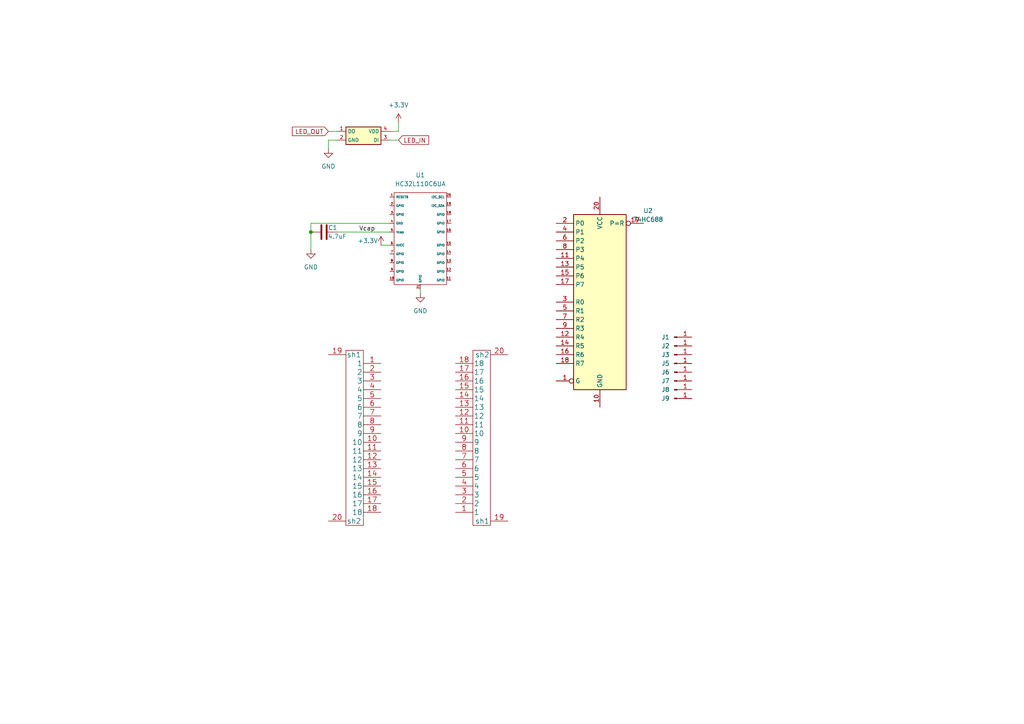
<source format=kicad_sch>
(kicad_sch (version 20230121) (generator eeschema)
  (paper "A4")
  (lib_symbols
    (symbol "74xx:74HC688"
      (property "Reference" "U" (at -7.62 26.67 0))
      (property "Value" "74HC688" (at -7.62 -26.67 0))
      (symbol "74HC688_1_0"
        (pin input inverted (at -12.7 -22.86 0) (length 5.08) (name "G") (number "1"))
        (pin power_in line (at 0 -30.48 90) (length 5.08) (name "GND") (number "10"))
        (pin input line (at -12.7 12.7 0) (length 5.08) (name "P4") (number "11"))
        (pin input line (at -12.7 -10.16 0) (length 5.08) (name "R4") (number "12"))
        (pin input line (at -12.7 10.16 0) (length 5.08) (name "P5") (number "13"))
        (pin input line (at -12.7 -12.7 0) (length 5.08) (name "R5") (number "14"))
        (pin input line (at -12.7 7.62 0) (length 5.08) (name "P6") (number "15"))
        (pin input line (at -12.7 -15.24 0) (length 5.08) (name "R6") (number "16"))
        (pin input line (at -12.7 5.08 0) (length 5.08) (name "P7") (number "17"))
        (pin input line (at -12.7 -17.78 0) (length 5.08) (name "R7") (number "18"))
        (pin output inverted (at 12.7 22.86 180) (length 5.08) (name "P=R") (number "19"))
        (pin input line (at -12.7 22.86 0) (length 5.08) (name "P0") (number "2"))
        (pin power_in line (at 0 30.48 270) (length 5.08) (name "VCC") (number "20"))
        (pin input line (at -12.7 0 0) (length 5.08) (name "R0") (number "3"))
        (pin input line (at -12.7 20.32 0) (length 5.08) (name "P1") (number "4"))
        (pin input line (at -12.7 -2.54 0) (length 5.08) (name "R1") (number "5"))
        (pin input line (at -12.7 17.78 0) (length 5.08) (name "P2") (number "6"))
        (pin input line (at -12.7 -5.08 0) (length 5.08) (name "R2") (number "7"))
        (pin input line (at -12.7 15.24 0) (length 5.08) (name "P3") (number "8"))
        (pin input line (at -12.7 -7.62 0) (length 5.08) (name "R3") (number "9"))
      )
      (symbol "74HC688_1_1"
        (rectangle (start -7.62 25.4) (end 7.62 -25.4) (stroke (width 0.254)) (fill (type background)))
      )
    )
    (symbol "Connector:Conn_01x01_Pin" (pin_names (offset 1.016) hide)
      (property "Reference" "J" (at 0 2.54 0))
      (property "Value" "Conn_01x01_Pin" (at 0 -2.54 0))
      (symbol "Conn_01x01_Pin_1_1"
        (polyline (pts (xy 1.27 0) (xy 0.8636 0)) (stroke (width 0.1524)))
        (rectangle (start 0.8636 0.127) (end 0 -0.127) (stroke (width 0.1524)) (fill (type outline)))
        (pin passive line (at 5.08 0 180) (length 3.81) (name "Pin_1") (number "1"))
      )
    )
    (symbol "Device:C" (pin_numbers hide) (pin_names (offset 0.254))
      (property "Reference" "C" (at 0.635 2.54 0))
      (property "Value" "C" (at 0.635 -2.54 0))
      (symbol "C_0_1"
        (polyline (pts (xy -2.032 -0.762) (xy 2.032 -0.762)) (stroke (width 0.508)))
        (polyline (pts (xy -2.032 0.762) (xy 2.032 0.762)) (stroke (width 0.508)))
      )
      (symbol "C_1_1"
        (pin passive line (at 0 3.81 270) (length 2.794) (name "~") (number "1"))
        (pin passive line (at 0 -3.81 90) (length 2.794) (name "~") (number "2"))
      )
    )
    (symbol "XF2J-1824-12A:XF2J-1824-12A" (pin_names (offset 0.254))
      (property "Reference" "J" (at 11.43 -24.13 0))
      (property "Value" "XF2J-1824-12A" (at 20.32 -26.67 0))
      (symbol "XF2J-1824-12A_0_1"
        (rectangle (start 5.08 3.81) (end 10.16 -46.99))
      )
      (symbol "XF2J-1824-12A_1_1"
        (pin unspecified line (at 0 0 0) (length 5.08) (name "1") (number "1"))
        (pin unspecified line (at 0 -22.86 0) (length 5.08) (name "10") (number "10"))
        (pin unspecified line (at 0 -25.4 0) (length 5.08) (name "11") (number "11"))
        (pin unspecified line (at 0 -27.94 0) (length 5.08) (name "12") (number "12"))
        (pin unspecified line (at 0 -30.48 0) (length 5.08) (name "13") (number "13"))
        (pin unspecified line (at 0 -33.02 0) (length 5.08) (name "14") (number "14"))
        (pin unspecified line (at 0 -35.56 0) (length 5.08) (name "15") (number "15"))
        (pin unspecified line (at 0 -38.1 0) (length 5.08) (name "16") (number "16"))
        (pin unspecified line (at 0 -40.64 0) (length 5.08) (name "17") (number "17"))
        (pin unspecified line (at 0 -43.18 0) (length 5.08) (name "18") (number "18"))
        (pin unspecified line (at 15.24 2.54 180) (length 5.08) (name "sh1") (number "19"))
        (pin unspecified line (at 0 -2.54 0) (length 5.08) (name "2") (number "2"))
        (pin unspecified line (at 15.24 -45.72 180) (length 5.08) (name "sh2") (number "20"))
        (pin unspecified line (at 0 -5.08 0) (length 5.08) (name "3") (number "3"))
        (pin unspecified line (at 0 -7.62 0) (length 5.08) (name "4") (number "4"))
        (pin unspecified line (at 0 -10.16 0) (length 5.08) (name "5") (number "5"))
        (pin unspecified line (at 0 -12.7 0) (length 5.08) (name "6") (number "6"))
        (pin unspecified line (at 0 -15.24 0) (length 5.08) (name "7") (number "7"))
        (pin unspecified line (at 0 -17.78 0) (length 5.08) (name "8") (number "8"))
        (pin unspecified line (at 0 -20.32 0) (length 5.08) (name "9") (number "9"))
      )
    )
    (symbol "XHSC:HC32L110C6UA"
      (property "Reference" "U" (at 0 3.81 0))
      (property "Value" "HC32L110C6UA" (at 0 1.27 0))
      (symbol "HC32L110C6UA_0_1"
        (rectangle (start 0 0) (end 15.24 -26.67))
      )
      (symbol "HC32L110C6UA_1_1"
        (pin input line (at -1.27 -1.27 0) (length 1.27) (name "P00") (number "1") (alternate "GPIO" input line) (alternate "RESETB" input line))
        (pin input line (at -1.27 -25.4 0) (length 1.27) (name "P23") (number "10") (alternate "GPIO" input line))
        (pin input line (at 16.51 -25.4 180) (length 1.27) (name "P24") (number "11") (alternate "GPIO" input line))
        (pin input line (at 16.51 -22.86 180) (length 1.27) (name "P25") (number "12") (alternate "GPIO" input line) (alternate "I2C_SDA" input line))
        (pin input line (at 16.51 -20.32 180) (length 1.27) (name "P26") (number "13") (alternate "GPIO" input line) (alternate "I2C_SCL" input line))
        (pin input line (at 16.51 -17.78 180) (length 1.27) (name "P27") (number "14") (alternate "GPIO" input line))
        (pin input line (at 16.51 -15.24 180) (length 1.27) (name "P31") (number "15") (alternate "GPIO" input line))
        (pin input line (at 16.51 -11.43 180) (length 1.27) (name "P32") (number "16") (alternate "GPIO" input line))
        (pin input line (at 16.51 -8.89 180) (length 1.27) (name "P33") (number "17") (alternate "GPIO" input line))
        (pin input line (at 16.51 -6.35 180) (length 1.27) (name "P34") (number "18") (alternate "GPIO" input line))
        (pin input line (at 16.51 -3.81 180) (length 1.27) (name "P35") (number "19") (alternate "GPIO" input line) (alternate "I2C_SDA" input line))
        (pin input line (at -1.27 -3.81 0) (length 1.27) (name "P01") (number "2") (alternate "GPIO" input line) (alternate "I2C_SDA" input line))
        (pin input line (at 16.51 -1.27 180) (length 1.27) (name "P36") (number "20") (alternate "GPIO" input line) (alternate "I2C_SCL" input line))
        (pin input line (at 7.62 -27.94 90) (length 1.27) (name "EPAD") (number "21") (alternate "GPIO" input line) (alternate "RESETB" input line))
        (pin input line (at -1.27 -6.35 0) (length 1.27) (name "P02") (number "3") (alternate "GPIO" input line) (alternate "I2C_SCL" input line))
        (pin power_in line (at -1.27 -8.89 0) (length 1.27) (name "AVSS") (number "4") (alternate "GND" power_in line))
        (pin input line (at -1.27 -11.43 0) (length 1.27) (name "Vcap") (number "5"))
        (pin power_in line (at -1.27 -15.24 0) (length 1.27) (name "AVCC") (number "6"))
        (pin input line (at -1.27 -17.78 0) (length 1.27) (name "P03") (number "7") (alternate "GPIO" input line))
        (pin input line (at -1.27 -20.32 0) (length 1.27) (name "P15") (number "8") (alternate "GPIO" input line) (alternate "I2C_SDA" input line))
        (pin input line (at -1.27 -22.86 0) (length 1.27) (name "P14") (number "9") (alternate "GPIO" input line) (alternate "I2C_SCL" input line))
      )
    )
    (symbol "custom:WS2812-2020"
      (property "Reference" "U" (at 2.54 2.54 0))
      (property "Value" "WS2812-2020" (at 7.62 -5.08 0))
      (symbol "WS2812-2020_0_0"
        (rectangle (start 2.54 1.27) (end 12.7 -3.81) (stroke (width 0.254)) (fill (type background)))
      )
      (symbol "WS2812-2020_1_1"
        (pin input line (at 0 0 0) (length 2.54) (name "DO") (number "1"))
        (pin power_in line (at 0 -2.54 0) (length 2.54) (name "GND") (number "2"))
        (pin output line (at 15.24 -2.54 180) (length 2.54) (name "DI") (number "3"))
        (pin power_in line (at 15.24 0 180) (length 2.54) (name "VDD") (number "4"))
      )
    )
    (symbol "power:+3.3V" (power) (pin_names (offset 0))
      (property "Value" "+3.3V" (at 0 3.556 0))
      (symbol "+3.3V_0_1"
        (polyline (pts (xy -0.762 1.27) (xy 0 2.54)))
        (polyline (pts (xy 0 0) (xy 0 2.54)))
        (polyline (pts (xy 0 2.54) (xy 0.762 1.27)))
      )
      (symbol "+3.3V_1_1"
        (pin power_in line (at 0 0 90) (length 0) hide (name "+3.3V") (number "1"))
      )
    )
    (symbol "power:GND" (power) (pin_names (offset 0))
      (property "Value" "GND" (at 0 -3.81 0))
      (symbol "GND_0_1"
        (polyline (pts (xy 0 0) (xy 0 -1.27) (xy 1.27 -1.27) (xy 0 -2.54) (xy -1.27 -1.27) (xy 0 -1.27)))
      )
      (symbol "GND_1_1"
        (pin power_in line (at 0 0 270) (length 0) hide (name "GND") (number "1"))
      )
    )
  )
  (junction (at 90.17 67.31))
  (wire (pts (xy 121.92 85.09) (xy 121.92 83.82)))
  (wire (pts (xy 113.03 38.1) (xy 115.57 38.1)))
  (wire (pts (xy 115.57 40.64) (xy 113.03 40.64)))
  (wire (pts (xy 95.25 38.1) (xy 97.79 38.1)))
  (wire (pts (xy 97.79 67.31) (xy 113.03 67.31)))
  (wire (pts (xy 110.49 71.12) (xy 113.03 71.12)))
  (wire (pts (xy 95.25 40.64) (xy 95.25 43.18)))
  (wire (pts (xy 113.03 64.77) (xy 90.17 64.77)))
  (wire (pts (xy 90.17 64.77) (xy 90.17 67.31)))
  (wire (pts (xy 115.57 38.1) (xy 115.57 35.56)))
  (wire (pts (xy 97.79 40.64) (xy 95.25 40.64)))
  (wire (pts (xy 90.17 67.31) (xy 90.17 72.39)))
  (label "Vcap" (at 104.14 67.31 0))
  (global_label "LED_IN" (shape input) (at 115.57 40.64 0) (property "Intersheetrefs" "${INTERSHEET_REFS}" (effects hide)))
  (global_label "LED_OUT" (shape input) (at 95.25 38.1 180) (property "Intersheetrefs" "${INTERSHEET_REFS}" (effects hide)))
  (symbol (lib_id "Connector:Conn_01x01_Pin") (at 195.58 102.87 0) (unit 1)
    (property "Reference" "J3" (at 193.04 102.87 0))
    (property "Value" "Conn_01x01_Pin" (effects hide))
    (property "Footprint" "Connector_PinHeader_1.27mm:PinHeader_1x01_P1.27mm_Vertical" (effects hide))
  )
  (symbol (lib_id "power:GND") (at 95.25 43.18 0) (unit 1)
    (property "Reference" "#PWR02" (effects hide))
    (property "Value" "GND" (at 95.25 48.26 0))
  )
  (symbol (lib_id "Connector:Conn_01x01_Pin") (at 195.58 110.49 0) (unit 1)
    (property "Reference" "J7" (at 193.04 110.49 0))
    (property "Value" "Conn_01x01_Pin" (effects hide))
    (property "Footprint" "Connector_PinHeader_1.27mm:PinHeader_1x01_P1.27mm_Vertical" (effects hide))
  )
  (symbol (lib_id "74xx:74HC688") (at 173.99 87.63 0) (unit 1)
    (property "Reference" "U2" (at 187.96 61.1221 0))
    (property "Value" "74HC688" (at 187.96 63.6621 0))
    (property "Footprint" "digikey-footprints:TSSOP-20_W4.4mm" (effects hide))
    (property "Datasheet" "https://www.ti.com/lit/ds/symlink/cd54hc688.pdf" (effects hide))
  )
  (symbol (lib_id "Connector:Conn_01x01_Pin") (at 195.58 97.79 0) (unit 1)
    (property "Reference" "J1" (at 193.04 97.79 0))
    (property "Value" "Conn_01x01_Pin" (effects hide))
    (property "Footprint" "Connector_PinHeader_1.27mm:PinHeader_1x01_P1.27mm_Vertical" (effects hide))
  )
  (symbol (lib_id "XHSC:HC32L110C6UA") (at 114.3 55.88 0) (unit 1)
    (property "Reference" "U1" (at 121.92 50.8 0))
    (property "Value" "HC32L110C6UA" (at 121.92 53.34 0))
    (property "Footprint" "00_custom-footprints:QFN-20-1EP_3x3mm_P0.4mm_EP1.4x1.4mm" (effects hide))
    (property "Datasheet" "https://datasheet.lcsc.com/lcsc/2206131716_XHSC-HC32L110B6YA-CSP16TR_C840729.pdf" (effects hide))
    (pin "1" (alternate "RESETB"))
    (pin "10" (alternate "GPIO"))
    (pin "11" (alternate "GPIO"))
    (pin "12" (alternate "GPIO"))
    (pin "13" (alternate "GPIO"))
    (pin "14" (alternate "GPIO"))
    (pin "15" (alternate "GPIO"))
    (pin "16" (alternate "GPIO"))
    (pin "17" (alternate "GPIO"))
    (pin "18" (alternate "GPIO"))
    (pin "19" (alternate "I2C_SDA"))
    (pin "2" (alternate "GPIO"))
    (pin "20" (alternate "I2C_SCL"))
    (pin "21" (alternate "GPIO"))
    (pin "3" (alternate "GPIO"))
    (pin "4" (alternate "GND"))
    (pin "7" (alternate "GPIO"))
    (pin "8" (alternate "GPIO"))
    (pin "9" (alternate "GPIO"))
  )
  (symbol (lib_id "Connector:Conn_01x01_Pin") (at 195.58 100.33 0) (unit 1)
    (property "Reference" "J2" (at 193.04 100.33 0))
    (property "Value" "Conn_01x01_Pin" (effects hide))
    (property "Footprint" "Connector_PinHeader_1.27mm:PinHeader_1x01_P1.27mm_Vertical" (effects hide))
  )
  (symbol (lib_id "Device:C") (at 93.98 67.31 90) (unit 1)
    (property "Reference" "C1" (at 96.52 66.04 90))
    (property "Value" "4.7uF" (at 97.79 68.58 90))
    (property "Footprint" "Capacitor_SMD:C_0402_1005Metric" (effects hide))
  )
  (symbol (lib_id "power:GND") (at 121.92 85.09 0) (unit 1)
    (property "Reference" "#PWR05" (effects hide))
    (property "Value" "GND" (at 121.92 90.17 0))
  )
  (symbol (lib_id "Connector:Conn_01x01_Pin") (at 195.58 107.95 0) (unit 1)
    (property "Reference" "J6" (at 193.04 107.95 0))
    (property "Value" "Conn_01x01_Pin" (effects hide))
    (property "Footprint" "Connector_PinHeader_1.27mm:PinHeader_1x01_P1.27mm_Vertical" (effects hide))
  )
  (symbol (lib_id "Connector:Conn_01x01_Pin") (at 195.58 115.57 0) (unit 1)
    (property "Reference" "J9" (at 193.04 115.57 0))
    (property "Value" "Conn_01x01_Pin" (effects hide))
    (property "Footprint" "Connector_PinHeader_1.27mm:PinHeader_1x01_P1.27mm_Vertical" (effects hide))
  )
  (symbol (lib_id "Connector:Conn_01x01_Pin") (at 195.58 113.03 0) (unit 1)
    (property "Reference" "J8" (at 193.04 113.03 0))
    (property "Value" "Conn_01x01_Pin" (effects hide))
    (property "Footprint" "Connector_PinHeader_1.27mm:PinHeader_1x01_P1.27mm_Vertical" (effects hide))
  )
  (symbol (lib_id "Connector:Conn_01x01_Pin") (at 195.58 105.41 0) (unit 1)
    (property "Reference" "J5" (at 193.04 105.41 0))
    (property "Value" "Conn_01x01_Pin" (effects hide))
    (property "Footprint" "Connector_PinHeader_1.27mm:PinHeader_1x01_P1.27mm_Vertical" (effects hide))
  )
  (symbol (lib_id "power:+3.3V") (at 110.49 71.12 0) (unit 1)
    (property "Reference" "#PWR03" (effects hide))
    (property "Value" "+3.3V" (at 106.68 69.85 0))
  )
  (symbol (lib_id "XF2J-1824-12A:XF2J-1824-12A") (at 132.08 148.59 0) (mirror x) (unit 1)
    (property "Reference" "J10" (effects hide))
    (property "Value" "XF2J-1824-12A" (effects hide))
    (property "Footprint" "Connector_FFC-FPC:XUNPU_FPC_05F_18P_H20" (effects hide))
    (property "Field4" "IN" (effects hide))
  )
  (symbol (lib_id "power:+3.3V") (at 115.57 35.56 0) (unit 1)
    (property "Reference" "#PWR01" (effects hide))
    (property "Value" "+3.3V" (at 115.57 30.48 0))
  )
  (symbol (lib_id "custom:WS2812-2020") (at 97.79 38.1 0) (unit 1)
    (property "Reference" "LED1" (effects hide))
    (property "Value" "WS2812-2020" (effects hide))
    (property "Footprint" "00_custom-footprints:WS2812-2020" (effects hide))
  )
  (symbol (lib_id "XF2J-1824-12A:XF2J-1824-12A") (at 110.49 105.41 0) (mirror y) (unit 1)
    (property "Reference" "J4" (effects hide))
    (property "Value" "XF2J-1824-12A" (effects hide))
    (property "Footprint" "Connector_FFC-FPC:XUNPU_FPC_05F_18P_H20" (effects hide))
    (property "Field4" "IN" (effects hide))
  )
  (symbol (lib_id "power:GND") (at 90.17 72.39 0) (unit 1)
    (property "Reference" "#PWR04" (effects hide))
    (property "Value" "GND" (at 90.17 77.47 0))
  )
)
</source>
